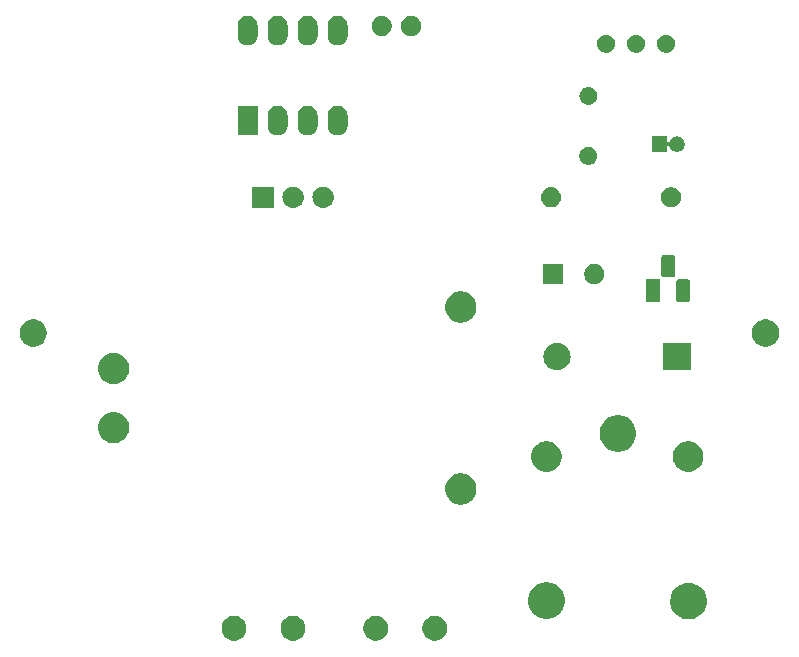
<source format=gts>
G04 #@! TF.GenerationSoftware,KiCad,Pcbnew,5.0.2-bee76a0~70~ubuntu18.04.1*
G04 #@! TF.CreationDate,2019-03-14T10:40:12+05:30*
G04 #@! TF.ProjectId,occupancy,6f636375-7061-46e6-9379-2e6b69636164,rev?*
G04 #@! TF.SameCoordinates,Original*
G04 #@! TF.FileFunction,Soldermask,Top*
G04 #@! TF.FilePolarity,Negative*
%FSLAX46Y46*%
G04 Gerber Fmt 4.6, Leading zero omitted, Abs format (unit mm)*
G04 Created by KiCad (PCBNEW 5.0.2-bee76a0~70~ubuntu18.04.1) date Thu Mar 14 10:40:12 2019*
%MOMM*%
%LPD*%
G01*
G04 APERTURE LIST*
%ADD10C,0.100000*%
G04 APERTURE END LIST*
D10*
G36*
X124806565Y-107489389D02*
X124997834Y-107568615D01*
X125169976Y-107683637D01*
X125316363Y-107830024D01*
X125431385Y-108002166D01*
X125510611Y-108193435D01*
X125551000Y-108396484D01*
X125551000Y-108603516D01*
X125510611Y-108806565D01*
X125431385Y-108997834D01*
X125316363Y-109169976D01*
X125169976Y-109316363D01*
X124997834Y-109431385D01*
X124806565Y-109510611D01*
X124603516Y-109551000D01*
X124396484Y-109551000D01*
X124193435Y-109510611D01*
X124002166Y-109431385D01*
X123830024Y-109316363D01*
X123683637Y-109169976D01*
X123568615Y-108997834D01*
X123489389Y-108806565D01*
X123449000Y-108603516D01*
X123449000Y-108396484D01*
X123489389Y-108193435D01*
X123568615Y-108002166D01*
X123683637Y-107830024D01*
X123830024Y-107683637D01*
X124002166Y-107568615D01*
X124193435Y-107489389D01*
X124396484Y-107449000D01*
X124603516Y-107449000D01*
X124806565Y-107489389D01*
X124806565Y-107489389D01*
G37*
G36*
X119806565Y-107489389D02*
X119997834Y-107568615D01*
X120169976Y-107683637D01*
X120316363Y-107830024D01*
X120431385Y-108002166D01*
X120510611Y-108193435D01*
X120551000Y-108396484D01*
X120551000Y-108603516D01*
X120510611Y-108806565D01*
X120431385Y-108997834D01*
X120316363Y-109169976D01*
X120169976Y-109316363D01*
X119997834Y-109431385D01*
X119806565Y-109510611D01*
X119603516Y-109551000D01*
X119396484Y-109551000D01*
X119193435Y-109510611D01*
X119002166Y-109431385D01*
X118830024Y-109316363D01*
X118683637Y-109169976D01*
X118568615Y-108997834D01*
X118489389Y-108806565D01*
X118449000Y-108603516D01*
X118449000Y-108396484D01*
X118489389Y-108193435D01*
X118568615Y-108002166D01*
X118683637Y-107830024D01*
X118830024Y-107683637D01*
X119002166Y-107568615D01*
X119193435Y-107489389D01*
X119396484Y-107449000D01*
X119603516Y-107449000D01*
X119806565Y-107489389D01*
X119806565Y-107489389D01*
G37*
G36*
X136806565Y-107489389D02*
X136997834Y-107568615D01*
X137169976Y-107683637D01*
X137316363Y-107830024D01*
X137431385Y-108002166D01*
X137510611Y-108193435D01*
X137551000Y-108396484D01*
X137551000Y-108603516D01*
X137510611Y-108806565D01*
X137431385Y-108997834D01*
X137316363Y-109169976D01*
X137169976Y-109316363D01*
X136997834Y-109431385D01*
X136806565Y-109510611D01*
X136603516Y-109551000D01*
X136396484Y-109551000D01*
X136193435Y-109510611D01*
X136002166Y-109431385D01*
X135830024Y-109316363D01*
X135683637Y-109169976D01*
X135568615Y-108997834D01*
X135489389Y-108806565D01*
X135449000Y-108603516D01*
X135449000Y-108396484D01*
X135489389Y-108193435D01*
X135568615Y-108002166D01*
X135683637Y-107830024D01*
X135830024Y-107683637D01*
X136002166Y-107568615D01*
X136193435Y-107489389D01*
X136396484Y-107449000D01*
X136603516Y-107449000D01*
X136806565Y-107489389D01*
X136806565Y-107489389D01*
G37*
G36*
X131806565Y-107489389D02*
X131997834Y-107568615D01*
X132169976Y-107683637D01*
X132316363Y-107830024D01*
X132431385Y-108002166D01*
X132510611Y-108193435D01*
X132551000Y-108396484D01*
X132551000Y-108603516D01*
X132510611Y-108806565D01*
X132431385Y-108997834D01*
X132316363Y-109169976D01*
X132169976Y-109316363D01*
X131997834Y-109431385D01*
X131806565Y-109510611D01*
X131603516Y-109551000D01*
X131396484Y-109551000D01*
X131193435Y-109510611D01*
X131002166Y-109431385D01*
X130830024Y-109316363D01*
X130683637Y-109169976D01*
X130568615Y-108997834D01*
X130489389Y-108806565D01*
X130449000Y-108603516D01*
X130449000Y-108396484D01*
X130489389Y-108193435D01*
X130568615Y-108002166D01*
X130683637Y-107830024D01*
X130830024Y-107683637D01*
X131002166Y-107568615D01*
X131193435Y-107489389D01*
X131396484Y-107449000D01*
X131603516Y-107449000D01*
X131806565Y-107489389D01*
X131806565Y-107489389D01*
G37*
G36*
X158352527Y-104688736D02*
X158452410Y-104708604D01*
X158734674Y-104825521D01*
X158988705Y-104995259D01*
X159204741Y-105211295D01*
X159374479Y-105465326D01*
X159491396Y-105747590D01*
X159491396Y-105747591D01*
X159541055Y-105997240D01*
X159551000Y-106047240D01*
X159551000Y-106352760D01*
X159491396Y-106652410D01*
X159374479Y-106934674D01*
X159204741Y-107188705D01*
X158988705Y-107404741D01*
X158734674Y-107574479D01*
X158452410Y-107691396D01*
X158404127Y-107701000D01*
X158152762Y-107751000D01*
X157847238Y-107751000D01*
X157595873Y-107701000D01*
X157547590Y-107691396D01*
X157265326Y-107574479D01*
X157011295Y-107404741D01*
X156795259Y-107188705D01*
X156625521Y-106934674D01*
X156508604Y-106652410D01*
X156449000Y-106352760D01*
X156449000Y-106047240D01*
X156458946Y-105997240D01*
X156508604Y-105747591D01*
X156508604Y-105747590D01*
X156625521Y-105465326D01*
X156795259Y-105211295D01*
X157011295Y-104995259D01*
X157265326Y-104825521D01*
X157547590Y-104708604D01*
X157647473Y-104688736D01*
X157847238Y-104649000D01*
X158152762Y-104649000D01*
X158352527Y-104688736D01*
X158352527Y-104688736D01*
G37*
G36*
X146302527Y-104638736D02*
X146402410Y-104658604D01*
X146684674Y-104775521D01*
X146938705Y-104945259D01*
X147154741Y-105161295D01*
X147324479Y-105415326D01*
X147345190Y-105465328D01*
X147441396Y-105697591D01*
X147501000Y-105997238D01*
X147501000Y-106302762D01*
X147491054Y-106352762D01*
X147441396Y-106602410D01*
X147324479Y-106884674D01*
X147154741Y-107138705D01*
X146938705Y-107354741D01*
X146684674Y-107524479D01*
X146402410Y-107641396D01*
X146302527Y-107661264D01*
X146102762Y-107701000D01*
X145797238Y-107701000D01*
X145597473Y-107661264D01*
X145497590Y-107641396D01*
X145215326Y-107524479D01*
X144961295Y-107354741D01*
X144745259Y-107138705D01*
X144575521Y-106884674D01*
X144458604Y-106602410D01*
X144408946Y-106352762D01*
X144399000Y-106302762D01*
X144399000Y-105997238D01*
X144458604Y-105697591D01*
X144554810Y-105465328D01*
X144575521Y-105415326D01*
X144745259Y-105161295D01*
X144961295Y-104945259D01*
X145215326Y-104775521D01*
X145497590Y-104658604D01*
X145597473Y-104638736D01*
X145797238Y-104599000D01*
X146102762Y-104599000D01*
X146302527Y-104638736D01*
X146302527Y-104638736D01*
G37*
G36*
X139000250Y-95412843D02*
X139085322Y-95429765D01*
X139155735Y-95458931D01*
X139325728Y-95529344D01*
X139542092Y-95673914D01*
X139726086Y-95857908D01*
X139870656Y-96074272D01*
X139970235Y-96314679D01*
X140021000Y-96569891D01*
X140021000Y-96830109D01*
X139970235Y-97085321D01*
X139870656Y-97325728D01*
X139726086Y-97542092D01*
X139542092Y-97726086D01*
X139325728Y-97870656D01*
X139155735Y-97941069D01*
X139085322Y-97970235D01*
X139000250Y-97987157D01*
X138830109Y-98021000D01*
X138569891Y-98021000D01*
X138399750Y-97987157D01*
X138314678Y-97970235D01*
X138244265Y-97941069D01*
X138074272Y-97870656D01*
X137857908Y-97726086D01*
X137673914Y-97542092D01*
X137529344Y-97325728D01*
X137429765Y-97085321D01*
X137379000Y-96830109D01*
X137379000Y-96569891D01*
X137429765Y-96314679D01*
X137529344Y-96074272D01*
X137673914Y-95857908D01*
X137857908Y-95673914D01*
X138074272Y-95529344D01*
X138244265Y-95458931D01*
X138314678Y-95429765D01*
X138399750Y-95412843D01*
X138569891Y-95379000D01*
X138830109Y-95379000D01*
X139000250Y-95412843D01*
X139000250Y-95412843D01*
G37*
G36*
X146329485Y-92698996D02*
X146329487Y-92698997D01*
X146329488Y-92698997D01*
X146415615Y-92734672D01*
X146566255Y-92797069D01*
X146779342Y-92939449D01*
X146960551Y-93120658D01*
X147102931Y-93333745D01*
X147201004Y-93570515D01*
X147251000Y-93821861D01*
X147251000Y-94078139D01*
X147201004Y-94329485D01*
X147102931Y-94566255D01*
X146960551Y-94779342D01*
X146779342Y-94960551D01*
X146779339Y-94960553D01*
X146566255Y-95102931D01*
X146329488Y-95201003D01*
X146329487Y-95201003D01*
X146329485Y-95201004D01*
X146078139Y-95251000D01*
X145821861Y-95251000D01*
X145570515Y-95201004D01*
X145570513Y-95201003D01*
X145570512Y-95201003D01*
X145333745Y-95102931D01*
X145120661Y-94960553D01*
X145120658Y-94960551D01*
X144939449Y-94779342D01*
X144797069Y-94566255D01*
X144698996Y-94329485D01*
X144649000Y-94078139D01*
X144649000Y-93821861D01*
X144698996Y-93570515D01*
X144797069Y-93333745D01*
X144939449Y-93120658D01*
X145120658Y-92939449D01*
X145333745Y-92797069D01*
X145484385Y-92734672D01*
X145570512Y-92698997D01*
X145570513Y-92698997D01*
X145570515Y-92698996D01*
X145821861Y-92649000D01*
X146078139Y-92649000D01*
X146329485Y-92698996D01*
X146329485Y-92698996D01*
G37*
G36*
X158329485Y-92698996D02*
X158329487Y-92698997D01*
X158329488Y-92698997D01*
X158415615Y-92734672D01*
X158566255Y-92797069D01*
X158779342Y-92939449D01*
X158960551Y-93120658D01*
X159102931Y-93333745D01*
X159201004Y-93570515D01*
X159251000Y-93821861D01*
X159251000Y-94078139D01*
X159201004Y-94329485D01*
X159102931Y-94566255D01*
X158960551Y-94779342D01*
X158779342Y-94960551D01*
X158779339Y-94960553D01*
X158566255Y-95102931D01*
X158329488Y-95201003D01*
X158329487Y-95201003D01*
X158329485Y-95201004D01*
X158078139Y-95251000D01*
X157821861Y-95251000D01*
X157570515Y-95201004D01*
X157570513Y-95201003D01*
X157570512Y-95201003D01*
X157333745Y-95102931D01*
X157120661Y-94960553D01*
X157120658Y-94960551D01*
X156939449Y-94779342D01*
X156797069Y-94566255D01*
X156698996Y-94329485D01*
X156649000Y-94078139D01*
X156649000Y-93821861D01*
X156698996Y-93570515D01*
X156797069Y-93333745D01*
X156939449Y-93120658D01*
X157120658Y-92939449D01*
X157333745Y-92797069D01*
X157484385Y-92734672D01*
X157570512Y-92698997D01*
X157570513Y-92698997D01*
X157570515Y-92698996D01*
X157821861Y-92649000D01*
X158078139Y-92649000D01*
X158329485Y-92698996D01*
X158329485Y-92698996D01*
G37*
G36*
X152352527Y-90488736D02*
X152452410Y-90508604D01*
X152734674Y-90625521D01*
X152988705Y-90795259D01*
X153204741Y-91011295D01*
X153374479Y-91265326D01*
X153491396Y-91547590D01*
X153551000Y-91847240D01*
X153551000Y-92152760D01*
X153491396Y-92452410D01*
X153374479Y-92734674D01*
X153204741Y-92988705D01*
X152988705Y-93204741D01*
X152734674Y-93374479D01*
X152452410Y-93491396D01*
X152352527Y-93511264D01*
X152152762Y-93551000D01*
X151847238Y-93551000D01*
X151647473Y-93511264D01*
X151547590Y-93491396D01*
X151265326Y-93374479D01*
X151011295Y-93204741D01*
X150795259Y-92988705D01*
X150625521Y-92734674D01*
X150508604Y-92452410D01*
X150449000Y-92152760D01*
X150449000Y-91847240D01*
X150508604Y-91547590D01*
X150625521Y-91265326D01*
X150795259Y-91011295D01*
X151011295Y-90795259D01*
X151265326Y-90625521D01*
X151547590Y-90508604D01*
X151647473Y-90488736D01*
X151847238Y-90449000D01*
X152152762Y-90449000D01*
X152352527Y-90488736D01*
X152352527Y-90488736D01*
G37*
G36*
X109600250Y-90212843D02*
X109685322Y-90229765D01*
X109755735Y-90258931D01*
X109925728Y-90329344D01*
X110142092Y-90473914D01*
X110326086Y-90657908D01*
X110470656Y-90874272D01*
X110570235Y-91114679D01*
X110621000Y-91369891D01*
X110621000Y-91630109D01*
X110570235Y-91885321D01*
X110470656Y-92125728D01*
X110326086Y-92342092D01*
X110142092Y-92526086D01*
X109925728Y-92670656D01*
X109755735Y-92741069D01*
X109685322Y-92770235D01*
X109600250Y-92787157D01*
X109430109Y-92821000D01*
X109169891Y-92821000D01*
X108999750Y-92787157D01*
X108914678Y-92770235D01*
X108844265Y-92741069D01*
X108674272Y-92670656D01*
X108457908Y-92526086D01*
X108273914Y-92342092D01*
X108129344Y-92125728D01*
X108029765Y-91885321D01*
X107979000Y-91630109D01*
X107979000Y-91369891D01*
X108029765Y-91114679D01*
X108129344Y-90874272D01*
X108273914Y-90657908D01*
X108457908Y-90473914D01*
X108674272Y-90329344D01*
X108844265Y-90258931D01*
X108914678Y-90229765D01*
X108999750Y-90212843D01*
X109169891Y-90179000D01*
X109430109Y-90179000D01*
X109600250Y-90212843D01*
X109600250Y-90212843D01*
G37*
G36*
X109600250Y-85212843D02*
X109685322Y-85229765D01*
X109755735Y-85258931D01*
X109925728Y-85329344D01*
X110142092Y-85473914D01*
X110326086Y-85657908D01*
X110470656Y-85874272D01*
X110570235Y-86114679D01*
X110621000Y-86369891D01*
X110621000Y-86630109D01*
X110570235Y-86885321D01*
X110470656Y-87125728D01*
X110326086Y-87342092D01*
X110142092Y-87526086D01*
X109925728Y-87670656D01*
X109755735Y-87741069D01*
X109685322Y-87770235D01*
X109600250Y-87787157D01*
X109430109Y-87821000D01*
X109169891Y-87821000D01*
X108999750Y-87787157D01*
X108914678Y-87770235D01*
X108844265Y-87741069D01*
X108674272Y-87670656D01*
X108457908Y-87526086D01*
X108273914Y-87342092D01*
X108129344Y-87125728D01*
X108029765Y-86885321D01*
X107979000Y-86630109D01*
X107979000Y-86369891D01*
X108029765Y-86114679D01*
X108129344Y-85874272D01*
X108273914Y-85657908D01*
X108457908Y-85473914D01*
X108674272Y-85329344D01*
X108844265Y-85258931D01*
X108914678Y-85229765D01*
X108999750Y-85212843D01*
X109169891Y-85179000D01*
X109430109Y-85179000D01*
X109600250Y-85212843D01*
X109600250Y-85212843D01*
G37*
G36*
X158151000Y-86651000D02*
X155849000Y-86651000D01*
X155849000Y-84349000D01*
X158151000Y-84349000D01*
X158151000Y-86651000D01*
X158151000Y-86651000D01*
G37*
G36*
X146964180Y-84355662D02*
X147065635Y-84365654D01*
X147282600Y-84431470D01*
X147282602Y-84431471D01*
X147282605Y-84431472D01*
X147482556Y-84538347D01*
X147657818Y-84682182D01*
X147801653Y-84857444D01*
X147908528Y-85057395D01*
X147908529Y-85057398D01*
X147908530Y-85057400D01*
X147974346Y-85274365D01*
X147996569Y-85500000D01*
X147974346Y-85725635D01*
X147929257Y-85874272D01*
X147908528Y-85942605D01*
X147801653Y-86142556D01*
X147657818Y-86317818D01*
X147482556Y-86461653D01*
X147282605Y-86568528D01*
X147282602Y-86568529D01*
X147282600Y-86568530D01*
X147065635Y-86634346D01*
X146964180Y-86644338D01*
X146896545Y-86651000D01*
X146783455Y-86651000D01*
X146715820Y-86644338D01*
X146614365Y-86634346D01*
X146397400Y-86568530D01*
X146397398Y-86568529D01*
X146397395Y-86568528D01*
X146197444Y-86461653D01*
X146022182Y-86317818D01*
X145878347Y-86142556D01*
X145771472Y-85942605D01*
X145750743Y-85874272D01*
X145705654Y-85725635D01*
X145683431Y-85500000D01*
X145705654Y-85274365D01*
X145771470Y-85057400D01*
X145771471Y-85057398D01*
X145771472Y-85057395D01*
X145878347Y-84857444D01*
X146022182Y-84682182D01*
X146197444Y-84538347D01*
X146397395Y-84431472D01*
X146397398Y-84431471D01*
X146397400Y-84431470D01*
X146614365Y-84365654D01*
X146715820Y-84355662D01*
X146783455Y-84349000D01*
X146896545Y-84349000D01*
X146964180Y-84355662D01*
X146964180Y-84355662D01*
G37*
G36*
X164835734Y-82393232D02*
X165045202Y-82479996D01*
X165233723Y-82605962D01*
X165394038Y-82766277D01*
X165520004Y-82954798D01*
X165606768Y-83164266D01*
X165651000Y-83386635D01*
X165651000Y-83613365D01*
X165606768Y-83835734D01*
X165520004Y-84045202D01*
X165394038Y-84233723D01*
X165233723Y-84394038D01*
X165045202Y-84520004D01*
X164835734Y-84606768D01*
X164613365Y-84651000D01*
X164386635Y-84651000D01*
X164164266Y-84606768D01*
X163954798Y-84520004D01*
X163766277Y-84394038D01*
X163605962Y-84233723D01*
X163479996Y-84045202D01*
X163393232Y-83835734D01*
X163349000Y-83613365D01*
X163349000Y-83386635D01*
X163393232Y-83164266D01*
X163479996Y-82954798D01*
X163605962Y-82766277D01*
X163766277Y-82605962D01*
X163954798Y-82479996D01*
X164164266Y-82393232D01*
X164386635Y-82349000D01*
X164613365Y-82349000D01*
X164835734Y-82393232D01*
X164835734Y-82393232D01*
G37*
G36*
X102835734Y-82393232D02*
X103045202Y-82479996D01*
X103233723Y-82605962D01*
X103394038Y-82766277D01*
X103520004Y-82954798D01*
X103606768Y-83164266D01*
X103651000Y-83386635D01*
X103651000Y-83613365D01*
X103606768Y-83835734D01*
X103520004Y-84045202D01*
X103394038Y-84233723D01*
X103233723Y-84394038D01*
X103045202Y-84520004D01*
X102835734Y-84606768D01*
X102613365Y-84651000D01*
X102386635Y-84651000D01*
X102164266Y-84606768D01*
X101954798Y-84520004D01*
X101766277Y-84394038D01*
X101605962Y-84233723D01*
X101479996Y-84045202D01*
X101393232Y-83835734D01*
X101349000Y-83613365D01*
X101349000Y-83386635D01*
X101393232Y-83164266D01*
X101479996Y-82954798D01*
X101605962Y-82766277D01*
X101766277Y-82605962D01*
X101954798Y-82479996D01*
X102164266Y-82393232D01*
X102386635Y-82349000D01*
X102613365Y-82349000D01*
X102835734Y-82393232D01*
X102835734Y-82393232D01*
G37*
G36*
X139000250Y-80012843D02*
X139085322Y-80029765D01*
X139155735Y-80058931D01*
X139325728Y-80129344D01*
X139542092Y-80273914D01*
X139726086Y-80457908D01*
X139870656Y-80674272D01*
X139970235Y-80914679D01*
X140021000Y-81169891D01*
X140021000Y-81430109D01*
X139970235Y-81685321D01*
X139870656Y-81925728D01*
X139726086Y-82142092D01*
X139542092Y-82326086D01*
X139325728Y-82470656D01*
X139155735Y-82541069D01*
X139085322Y-82570235D01*
X139000250Y-82587157D01*
X138830109Y-82621000D01*
X138569891Y-82621000D01*
X138399750Y-82587157D01*
X138314678Y-82570235D01*
X138244265Y-82541069D01*
X138074272Y-82470656D01*
X137857908Y-82326086D01*
X137673914Y-82142092D01*
X137529344Y-81925728D01*
X137429765Y-81685321D01*
X137379000Y-81430109D01*
X137379000Y-81169891D01*
X137429765Y-80914679D01*
X137529344Y-80674272D01*
X137673914Y-80457908D01*
X137857908Y-80273914D01*
X138074272Y-80129344D01*
X138244265Y-80058931D01*
X138314678Y-80029765D01*
X138399750Y-80012843D01*
X138569891Y-79979000D01*
X138830109Y-79979000D01*
X139000250Y-80012843D01*
X139000250Y-80012843D01*
G37*
G36*
X157949315Y-78954166D02*
X157993845Y-78967675D01*
X158034891Y-78989614D01*
X158070864Y-79019136D01*
X158100386Y-79055109D01*
X158122325Y-79096155D01*
X158135834Y-79140685D01*
X158141000Y-79193140D01*
X158141000Y-80606860D01*
X158135834Y-80659315D01*
X158122325Y-80703845D01*
X158100386Y-80744891D01*
X158070864Y-80780864D01*
X158034891Y-80810386D01*
X157993845Y-80832325D01*
X157949315Y-80845834D01*
X157896860Y-80851000D01*
X157183140Y-80851000D01*
X157130685Y-80845834D01*
X157086155Y-80832325D01*
X157045109Y-80810386D01*
X157009136Y-80780864D01*
X156979614Y-80744891D01*
X156957675Y-80703845D01*
X156944166Y-80659315D01*
X156939000Y-80606860D01*
X156939000Y-79193140D01*
X156944166Y-79140685D01*
X156957675Y-79096155D01*
X156979614Y-79055109D01*
X157009136Y-79019136D01*
X157045109Y-78989614D01*
X157086155Y-78967675D01*
X157130685Y-78954166D01*
X157183140Y-78949000D01*
X157896860Y-78949000D01*
X157949315Y-78954166D01*
X157949315Y-78954166D01*
G37*
G36*
X155601000Y-80851000D02*
X154399000Y-80851000D01*
X154399000Y-78949000D01*
X155601000Y-78949000D01*
X155601000Y-80851000D01*
X155601000Y-80851000D01*
G37*
G36*
X147351000Y-79351000D02*
X145649000Y-79351000D01*
X145649000Y-77649000D01*
X147351000Y-77649000D01*
X147351000Y-79351000D01*
X147351000Y-79351000D01*
G37*
G36*
X150248228Y-77681703D02*
X150403100Y-77745853D01*
X150542481Y-77838985D01*
X150661015Y-77957519D01*
X150754147Y-78096900D01*
X150818297Y-78251772D01*
X150851000Y-78416184D01*
X150851000Y-78583816D01*
X150818297Y-78748228D01*
X150754147Y-78903100D01*
X150661015Y-79042481D01*
X150542481Y-79161015D01*
X150403100Y-79254147D01*
X150248228Y-79318297D01*
X150083816Y-79351000D01*
X149916184Y-79351000D01*
X149751772Y-79318297D01*
X149596900Y-79254147D01*
X149457519Y-79161015D01*
X149338985Y-79042481D01*
X149245853Y-78903100D01*
X149181703Y-78748228D01*
X149149000Y-78583816D01*
X149149000Y-78416184D01*
X149181703Y-78251772D01*
X149245853Y-78096900D01*
X149338985Y-77957519D01*
X149457519Y-77838985D01*
X149596900Y-77745853D01*
X149751772Y-77681703D01*
X149916184Y-77649000D01*
X150083816Y-77649000D01*
X150248228Y-77681703D01*
X150248228Y-77681703D01*
G37*
G36*
X156679315Y-76884166D02*
X156723845Y-76897675D01*
X156764891Y-76919614D01*
X156800864Y-76949136D01*
X156830386Y-76985109D01*
X156852325Y-77026155D01*
X156865834Y-77070685D01*
X156871000Y-77123140D01*
X156871000Y-78536860D01*
X156865834Y-78589315D01*
X156852325Y-78633845D01*
X156830386Y-78674891D01*
X156800864Y-78710864D01*
X156764891Y-78740386D01*
X156723845Y-78762325D01*
X156679315Y-78775834D01*
X156626860Y-78781000D01*
X155913140Y-78781000D01*
X155860685Y-78775834D01*
X155816158Y-78762326D01*
X155784926Y-78745632D01*
X155772261Y-78740386D01*
X155768343Y-78735612D01*
X155759253Y-78727372D01*
X155739133Y-78710861D01*
X155709614Y-78674891D01*
X155687675Y-78633845D01*
X155674166Y-78589315D01*
X155669000Y-78536860D01*
X155669000Y-77123140D01*
X155674166Y-77070685D01*
X155687675Y-77026155D01*
X155709614Y-76985109D01*
X155739136Y-76949136D01*
X155775109Y-76919614D01*
X155816155Y-76897675D01*
X155860685Y-76884166D01*
X155913140Y-76879000D01*
X156626860Y-76879000D01*
X156679315Y-76884166D01*
X156679315Y-76884166D01*
G37*
G36*
X122861000Y-72901000D02*
X121059000Y-72901000D01*
X121059000Y-71099000D01*
X122861000Y-71099000D01*
X122861000Y-72901000D01*
X122861000Y-72901000D01*
G37*
G36*
X127150443Y-71105519D02*
X127216627Y-71112037D01*
X127329853Y-71146384D01*
X127386467Y-71163557D01*
X127473311Y-71209977D01*
X127542991Y-71247222D01*
X127578729Y-71276552D01*
X127680186Y-71359814D01*
X127760369Y-71457519D01*
X127792778Y-71497009D01*
X127792779Y-71497011D01*
X127876443Y-71653533D01*
X127893616Y-71710147D01*
X127927963Y-71823373D01*
X127945359Y-72000000D01*
X127927963Y-72176627D01*
X127906243Y-72248228D01*
X127876443Y-72346467D01*
X127807698Y-72475078D01*
X127792778Y-72502991D01*
X127763448Y-72538729D01*
X127680186Y-72640186D01*
X127578729Y-72723448D01*
X127542991Y-72752778D01*
X127542989Y-72752779D01*
X127386467Y-72836443D01*
X127379069Y-72838687D01*
X127216627Y-72887963D01*
X127150443Y-72894481D01*
X127084260Y-72901000D01*
X126995740Y-72901000D01*
X126929557Y-72894481D01*
X126863373Y-72887963D01*
X126700931Y-72838687D01*
X126693533Y-72836443D01*
X126537011Y-72752779D01*
X126537009Y-72752778D01*
X126501271Y-72723448D01*
X126399814Y-72640186D01*
X126316552Y-72538729D01*
X126287222Y-72502991D01*
X126272302Y-72475078D01*
X126203557Y-72346467D01*
X126173757Y-72248228D01*
X126152037Y-72176627D01*
X126134641Y-72000000D01*
X126152037Y-71823373D01*
X126186384Y-71710147D01*
X126203557Y-71653533D01*
X126287221Y-71497011D01*
X126287222Y-71497009D01*
X126319631Y-71457519D01*
X126399814Y-71359814D01*
X126501271Y-71276552D01*
X126537009Y-71247222D01*
X126606689Y-71209977D01*
X126693533Y-71163557D01*
X126750147Y-71146384D01*
X126863373Y-71112037D01*
X126929557Y-71105519D01*
X126995740Y-71099000D01*
X127084260Y-71099000D01*
X127150443Y-71105519D01*
X127150443Y-71105519D01*
G37*
G36*
X124610443Y-71105519D02*
X124676627Y-71112037D01*
X124789853Y-71146384D01*
X124846467Y-71163557D01*
X124933311Y-71209977D01*
X125002991Y-71247222D01*
X125038729Y-71276552D01*
X125140186Y-71359814D01*
X125220369Y-71457519D01*
X125252778Y-71497009D01*
X125252779Y-71497011D01*
X125336443Y-71653533D01*
X125353616Y-71710147D01*
X125387963Y-71823373D01*
X125405359Y-72000000D01*
X125387963Y-72176627D01*
X125366243Y-72248228D01*
X125336443Y-72346467D01*
X125267698Y-72475078D01*
X125252778Y-72502991D01*
X125223448Y-72538729D01*
X125140186Y-72640186D01*
X125038729Y-72723448D01*
X125002991Y-72752778D01*
X125002989Y-72752779D01*
X124846467Y-72836443D01*
X124839069Y-72838687D01*
X124676627Y-72887963D01*
X124610443Y-72894481D01*
X124544260Y-72901000D01*
X124455740Y-72901000D01*
X124389557Y-72894481D01*
X124323373Y-72887963D01*
X124160931Y-72838687D01*
X124153533Y-72836443D01*
X123997011Y-72752779D01*
X123997009Y-72752778D01*
X123961271Y-72723448D01*
X123859814Y-72640186D01*
X123776552Y-72538729D01*
X123747222Y-72502991D01*
X123732302Y-72475078D01*
X123663557Y-72346467D01*
X123633757Y-72248228D01*
X123612037Y-72176627D01*
X123594641Y-72000000D01*
X123612037Y-71823373D01*
X123646384Y-71710147D01*
X123663557Y-71653533D01*
X123747221Y-71497011D01*
X123747222Y-71497009D01*
X123779631Y-71457519D01*
X123859814Y-71359814D01*
X123961271Y-71276552D01*
X123997009Y-71247222D01*
X124066689Y-71209977D01*
X124153533Y-71163557D01*
X124210147Y-71146384D01*
X124323373Y-71112037D01*
X124389557Y-71105519D01*
X124455740Y-71099000D01*
X124544260Y-71099000D01*
X124610443Y-71105519D01*
X124610443Y-71105519D01*
G37*
G36*
X146506821Y-71161313D02*
X146506824Y-71161314D01*
X146506825Y-71161314D01*
X146667239Y-71209975D01*
X146667241Y-71209976D01*
X146667244Y-71209977D01*
X146815078Y-71288995D01*
X146944659Y-71395341D01*
X147051005Y-71524922D01*
X147130023Y-71672756D01*
X147130024Y-71672759D01*
X147130025Y-71672761D01*
X147175713Y-71823375D01*
X147178687Y-71833179D01*
X147195117Y-72000000D01*
X147178687Y-72166821D01*
X147178686Y-72166824D01*
X147178686Y-72166825D01*
X147153993Y-72248228D01*
X147130023Y-72327244D01*
X147051005Y-72475078D01*
X146944659Y-72604659D01*
X146815078Y-72711005D01*
X146667244Y-72790023D01*
X146667241Y-72790024D01*
X146667239Y-72790025D01*
X146506825Y-72838686D01*
X146506824Y-72838686D01*
X146506821Y-72838687D01*
X146381804Y-72851000D01*
X146298196Y-72851000D01*
X146173179Y-72838687D01*
X146173176Y-72838686D01*
X146173175Y-72838686D01*
X146012761Y-72790025D01*
X146012759Y-72790024D01*
X146012756Y-72790023D01*
X145864922Y-72711005D01*
X145735341Y-72604659D01*
X145628995Y-72475078D01*
X145549977Y-72327244D01*
X145526008Y-72248228D01*
X145501314Y-72166825D01*
X145501314Y-72166824D01*
X145501313Y-72166821D01*
X145484883Y-72000000D01*
X145501313Y-71833179D01*
X145504287Y-71823375D01*
X145549975Y-71672761D01*
X145549976Y-71672759D01*
X145549977Y-71672756D01*
X145628995Y-71524922D01*
X145735341Y-71395341D01*
X145864922Y-71288995D01*
X146012756Y-71209977D01*
X146012759Y-71209976D01*
X146012761Y-71209975D01*
X146173175Y-71161314D01*
X146173176Y-71161314D01*
X146173179Y-71161313D01*
X146298196Y-71149000D01*
X146381804Y-71149000D01*
X146506821Y-71161313D01*
X146506821Y-71161313D01*
G37*
G36*
X156748228Y-71181703D02*
X156903100Y-71245853D01*
X157042481Y-71338985D01*
X157161015Y-71457519D01*
X157254147Y-71596900D01*
X157318297Y-71751772D01*
X157351000Y-71916184D01*
X157351000Y-72083816D01*
X157318297Y-72248228D01*
X157254147Y-72403100D01*
X157161015Y-72542481D01*
X157042481Y-72661015D01*
X156903100Y-72754147D01*
X156748228Y-72818297D01*
X156583816Y-72851000D01*
X156416184Y-72851000D01*
X156251772Y-72818297D01*
X156096900Y-72754147D01*
X155957519Y-72661015D01*
X155838985Y-72542481D01*
X155745853Y-72403100D01*
X155681703Y-72248228D01*
X155649000Y-72083816D01*
X155649000Y-71916184D01*
X155681703Y-71751772D01*
X155745853Y-71596900D01*
X155838985Y-71457519D01*
X155957519Y-71338985D01*
X156096900Y-71245853D01*
X156251772Y-71181703D01*
X156416184Y-71149000D01*
X156583816Y-71149000D01*
X156748228Y-71181703D01*
X156748228Y-71181703D01*
G37*
G36*
X149606691Y-67755509D02*
X149719059Y-67777860D01*
X149855732Y-67834472D01*
X149855733Y-67834473D01*
X149978738Y-67916662D01*
X150083338Y-68021262D01*
X150083340Y-68021265D01*
X150165528Y-68144268D01*
X150222140Y-68280941D01*
X150251000Y-68426033D01*
X150251000Y-68573967D01*
X150222140Y-68719059D01*
X150165528Y-68855732D01*
X150165527Y-68855733D01*
X150083338Y-68978738D01*
X149978738Y-69083338D01*
X149978735Y-69083340D01*
X149855732Y-69165528D01*
X149719059Y-69222140D01*
X149632004Y-69239456D01*
X149573969Y-69251000D01*
X149426031Y-69251000D01*
X149367996Y-69239456D01*
X149280941Y-69222140D01*
X149144268Y-69165528D01*
X149021265Y-69083340D01*
X149021262Y-69083338D01*
X148916662Y-68978738D01*
X148834473Y-68855733D01*
X148834472Y-68855732D01*
X148777860Y-68719059D01*
X148749000Y-68573967D01*
X148749000Y-68426033D01*
X148777860Y-68280941D01*
X148834472Y-68144268D01*
X148916660Y-68021265D01*
X148916662Y-68021262D01*
X149021262Y-67916662D01*
X149144267Y-67834473D01*
X149144268Y-67834472D01*
X149280941Y-67777860D01*
X149393309Y-67755509D01*
X149426031Y-67749000D01*
X149573969Y-67749000D01*
X149606691Y-67755509D01*
X149606691Y-67755509D01*
G37*
G36*
X156151000Y-67220104D02*
X156153402Y-67244490D01*
X156160515Y-67267939D01*
X156172066Y-67289550D01*
X156187612Y-67308492D01*
X156206554Y-67324038D01*
X156228165Y-67335589D01*
X156251614Y-67342702D01*
X156276000Y-67345104D01*
X156300386Y-67342702D01*
X156323835Y-67335589D01*
X156345446Y-67324038D01*
X156364388Y-67308492D01*
X156379934Y-67289550D01*
X156391485Y-67267939D01*
X156423089Y-67191639D01*
X156494338Y-67085008D01*
X156585008Y-66994338D01*
X156691639Y-66923089D01*
X156810110Y-66874017D01*
X156935881Y-66849000D01*
X157064119Y-66849000D01*
X157189890Y-66874017D01*
X157308361Y-66923089D01*
X157414992Y-66994338D01*
X157505662Y-67085008D01*
X157576911Y-67191639D01*
X157625983Y-67310110D01*
X157651000Y-67435881D01*
X157651000Y-67564119D01*
X157625983Y-67689890D01*
X157576911Y-67808361D01*
X157505662Y-67914992D01*
X157414992Y-68005662D01*
X157308361Y-68076911D01*
X157189890Y-68125983D01*
X157064119Y-68151000D01*
X156935881Y-68151000D01*
X156810110Y-68125983D01*
X156691639Y-68076911D01*
X156585008Y-68005662D01*
X156494338Y-67914992D01*
X156423089Y-67808361D01*
X156391485Y-67732061D01*
X156379934Y-67710450D01*
X156364389Y-67691508D01*
X156345447Y-67675963D01*
X156323836Y-67664411D01*
X156300387Y-67657298D01*
X156276001Y-67654896D01*
X156251614Y-67657298D01*
X156228165Y-67664411D01*
X156206554Y-67675962D01*
X156187612Y-67691507D01*
X156172067Y-67710449D01*
X156160515Y-67732060D01*
X156153402Y-67755509D01*
X156151000Y-67779896D01*
X156151000Y-68151000D01*
X154849000Y-68151000D01*
X154849000Y-66849000D01*
X156151000Y-66849000D01*
X156151000Y-67220104D01*
X156151000Y-67220104D01*
G37*
G36*
X125896820Y-64261313D02*
X125896823Y-64261314D01*
X125896824Y-64261314D01*
X126057238Y-64309975D01*
X126057240Y-64309976D01*
X126057243Y-64309977D01*
X126205078Y-64388995D01*
X126334659Y-64495341D01*
X126441005Y-64624922D01*
X126520023Y-64772756D01*
X126568687Y-64933179D01*
X126581000Y-65058196D01*
X126581000Y-65941803D01*
X126568687Y-66066820D01*
X126568686Y-66066822D01*
X126568686Y-66066825D01*
X126520025Y-66227239D01*
X126520023Y-66227244D01*
X126441005Y-66375078D01*
X126334659Y-66504659D01*
X126205078Y-66611005D01*
X126057244Y-66690023D01*
X126057241Y-66690024D01*
X126057239Y-66690025D01*
X125896825Y-66738686D01*
X125896824Y-66738686D01*
X125896821Y-66738687D01*
X125730000Y-66755117D01*
X125563180Y-66738687D01*
X125563177Y-66738686D01*
X125563176Y-66738686D01*
X125402762Y-66690025D01*
X125402760Y-66690024D01*
X125402757Y-66690023D01*
X125254923Y-66611005D01*
X125125342Y-66504659D01*
X125018996Y-66375078D01*
X124939978Y-66227244D01*
X124891314Y-66066821D01*
X124879000Y-65941803D01*
X124879000Y-65058197D01*
X124891313Y-64933180D01*
X124891314Y-64933176D01*
X124939975Y-64772762D01*
X124939976Y-64772760D01*
X124939977Y-64772757D01*
X125018995Y-64624922D01*
X125125341Y-64495341D01*
X125254922Y-64388995D01*
X125402756Y-64309977D01*
X125402759Y-64309976D01*
X125402761Y-64309975D01*
X125563175Y-64261314D01*
X125563176Y-64261314D01*
X125563179Y-64261313D01*
X125730000Y-64244883D01*
X125896820Y-64261313D01*
X125896820Y-64261313D01*
G37*
G36*
X128436820Y-64261313D02*
X128436823Y-64261314D01*
X128436824Y-64261314D01*
X128597238Y-64309975D01*
X128597240Y-64309976D01*
X128597243Y-64309977D01*
X128745078Y-64388995D01*
X128874659Y-64495341D01*
X128981005Y-64624922D01*
X129060023Y-64772756D01*
X129108687Y-64933179D01*
X129121000Y-65058196D01*
X129121000Y-65941803D01*
X129108687Y-66066820D01*
X129108686Y-66066822D01*
X129108686Y-66066825D01*
X129060025Y-66227239D01*
X129060023Y-66227244D01*
X128981005Y-66375078D01*
X128874659Y-66504659D01*
X128745078Y-66611005D01*
X128597244Y-66690023D01*
X128597241Y-66690024D01*
X128597239Y-66690025D01*
X128436825Y-66738686D01*
X128436824Y-66738686D01*
X128436821Y-66738687D01*
X128270000Y-66755117D01*
X128103180Y-66738687D01*
X128103177Y-66738686D01*
X128103176Y-66738686D01*
X127942762Y-66690025D01*
X127942760Y-66690024D01*
X127942757Y-66690023D01*
X127794923Y-66611005D01*
X127665342Y-66504659D01*
X127558996Y-66375078D01*
X127479978Y-66227244D01*
X127431314Y-66066821D01*
X127419000Y-65941803D01*
X127419000Y-65058197D01*
X127431313Y-64933180D01*
X127431314Y-64933176D01*
X127479975Y-64772762D01*
X127479976Y-64772760D01*
X127479977Y-64772757D01*
X127558995Y-64624922D01*
X127665341Y-64495341D01*
X127794922Y-64388995D01*
X127942756Y-64309977D01*
X127942759Y-64309976D01*
X127942761Y-64309975D01*
X128103175Y-64261314D01*
X128103176Y-64261314D01*
X128103179Y-64261313D01*
X128270000Y-64244883D01*
X128436820Y-64261313D01*
X128436820Y-64261313D01*
G37*
G36*
X123356820Y-64261313D02*
X123356823Y-64261314D01*
X123356824Y-64261314D01*
X123517238Y-64309975D01*
X123517240Y-64309976D01*
X123517243Y-64309977D01*
X123665078Y-64388995D01*
X123794659Y-64495341D01*
X123901005Y-64624922D01*
X123980023Y-64772756D01*
X124028687Y-64933179D01*
X124041000Y-65058196D01*
X124041000Y-65941803D01*
X124028687Y-66066820D01*
X124028686Y-66066822D01*
X124028686Y-66066825D01*
X123980025Y-66227239D01*
X123980023Y-66227244D01*
X123901005Y-66375078D01*
X123794659Y-66504659D01*
X123665078Y-66611005D01*
X123517244Y-66690023D01*
X123517241Y-66690024D01*
X123517239Y-66690025D01*
X123356825Y-66738686D01*
X123356824Y-66738686D01*
X123356821Y-66738687D01*
X123190000Y-66755117D01*
X123023180Y-66738687D01*
X123023177Y-66738686D01*
X123023176Y-66738686D01*
X122862762Y-66690025D01*
X122862760Y-66690024D01*
X122862757Y-66690023D01*
X122714923Y-66611005D01*
X122585342Y-66504659D01*
X122478996Y-66375078D01*
X122399978Y-66227244D01*
X122351314Y-66066821D01*
X122339000Y-65941803D01*
X122339000Y-65058197D01*
X122351313Y-64933180D01*
X122351314Y-64933176D01*
X122399975Y-64772762D01*
X122399976Y-64772760D01*
X122399977Y-64772757D01*
X122478995Y-64624922D01*
X122585341Y-64495341D01*
X122714922Y-64388995D01*
X122862756Y-64309977D01*
X122862759Y-64309976D01*
X122862761Y-64309975D01*
X123023175Y-64261314D01*
X123023176Y-64261314D01*
X123023179Y-64261313D01*
X123190000Y-64244883D01*
X123356820Y-64261313D01*
X123356820Y-64261313D01*
G37*
G36*
X121501000Y-66751000D02*
X119799000Y-66751000D01*
X119799000Y-64249000D01*
X121501000Y-64249000D01*
X121501000Y-66751000D01*
X121501000Y-66751000D01*
G37*
G36*
X149573665Y-62672622D02*
X149647222Y-62679867D01*
X149788786Y-62722810D01*
X149919252Y-62792546D01*
X150033606Y-62886394D01*
X150127454Y-63000748D01*
X150197190Y-63131214D01*
X150240133Y-63272778D01*
X150254633Y-63420000D01*
X150240133Y-63567222D01*
X150197190Y-63708786D01*
X150127454Y-63839252D01*
X150033606Y-63953606D01*
X149919252Y-64047454D01*
X149788786Y-64117190D01*
X149647222Y-64160133D01*
X149573665Y-64167378D01*
X149536888Y-64171000D01*
X149463112Y-64171000D01*
X149426335Y-64167378D01*
X149352778Y-64160133D01*
X149211214Y-64117190D01*
X149080748Y-64047454D01*
X148966394Y-63953606D01*
X148872546Y-63839252D01*
X148802810Y-63708786D01*
X148759867Y-63567222D01*
X148745367Y-63420000D01*
X148759867Y-63272778D01*
X148802810Y-63131214D01*
X148872546Y-63000748D01*
X148966394Y-62886394D01*
X149080748Y-62792546D01*
X149211214Y-62722810D01*
X149352778Y-62679867D01*
X149426335Y-62672622D01*
X149463112Y-62669000D01*
X149536888Y-62669000D01*
X149573665Y-62672622D01*
X149573665Y-62672622D01*
G37*
G36*
X151125589Y-58238876D02*
X151224893Y-58258629D01*
X151365206Y-58316748D01*
X151491484Y-58401125D01*
X151598875Y-58508516D01*
X151683252Y-58634794D01*
X151741371Y-58775107D01*
X151771000Y-58924063D01*
X151771000Y-59075937D01*
X151741371Y-59224893D01*
X151683252Y-59365206D01*
X151598875Y-59491484D01*
X151491484Y-59598875D01*
X151365206Y-59683252D01*
X151224893Y-59741371D01*
X151125589Y-59761124D01*
X151075938Y-59771000D01*
X150924062Y-59771000D01*
X150874411Y-59761124D01*
X150775107Y-59741371D01*
X150634794Y-59683252D01*
X150508516Y-59598875D01*
X150401125Y-59491484D01*
X150316748Y-59365206D01*
X150258629Y-59224893D01*
X150229000Y-59075937D01*
X150229000Y-58924063D01*
X150258629Y-58775107D01*
X150316748Y-58634794D01*
X150401125Y-58508516D01*
X150508516Y-58401125D01*
X150634794Y-58316748D01*
X150775107Y-58258629D01*
X150874411Y-58238876D01*
X150924062Y-58229000D01*
X151075938Y-58229000D01*
X151125589Y-58238876D01*
X151125589Y-58238876D01*
G37*
G36*
X156205589Y-58238876D02*
X156304893Y-58258629D01*
X156445206Y-58316748D01*
X156571484Y-58401125D01*
X156678875Y-58508516D01*
X156763252Y-58634794D01*
X156821371Y-58775107D01*
X156851000Y-58924063D01*
X156851000Y-59075937D01*
X156821371Y-59224893D01*
X156763252Y-59365206D01*
X156678875Y-59491484D01*
X156571484Y-59598875D01*
X156445206Y-59683252D01*
X156304893Y-59741371D01*
X156205589Y-59761124D01*
X156155938Y-59771000D01*
X156004062Y-59771000D01*
X155954411Y-59761124D01*
X155855107Y-59741371D01*
X155714794Y-59683252D01*
X155588516Y-59598875D01*
X155481125Y-59491484D01*
X155396748Y-59365206D01*
X155338629Y-59224893D01*
X155309000Y-59075937D01*
X155309000Y-58924063D01*
X155338629Y-58775107D01*
X155396748Y-58634794D01*
X155481125Y-58508516D01*
X155588516Y-58401125D01*
X155714794Y-58316748D01*
X155855107Y-58258629D01*
X155954411Y-58238876D01*
X156004062Y-58229000D01*
X156155938Y-58229000D01*
X156205589Y-58238876D01*
X156205589Y-58238876D01*
G37*
G36*
X153665589Y-58238876D02*
X153764893Y-58258629D01*
X153905206Y-58316748D01*
X154031484Y-58401125D01*
X154138875Y-58508516D01*
X154223252Y-58634794D01*
X154281371Y-58775107D01*
X154311000Y-58924063D01*
X154311000Y-59075937D01*
X154281371Y-59224893D01*
X154223252Y-59365206D01*
X154138875Y-59491484D01*
X154031484Y-59598875D01*
X153905206Y-59683252D01*
X153764893Y-59741371D01*
X153665589Y-59761124D01*
X153615938Y-59771000D01*
X153464062Y-59771000D01*
X153414411Y-59761124D01*
X153315107Y-59741371D01*
X153174794Y-59683252D01*
X153048516Y-59598875D01*
X152941125Y-59491484D01*
X152856748Y-59365206D01*
X152798629Y-59224893D01*
X152769000Y-59075937D01*
X152769000Y-58924063D01*
X152798629Y-58775107D01*
X152856748Y-58634794D01*
X152941125Y-58508516D01*
X153048516Y-58401125D01*
X153174794Y-58316748D01*
X153315107Y-58258629D01*
X153414411Y-58238876D01*
X153464062Y-58229000D01*
X153615938Y-58229000D01*
X153665589Y-58238876D01*
X153665589Y-58238876D01*
G37*
G36*
X125896820Y-56641313D02*
X125896823Y-56641314D01*
X125896824Y-56641314D01*
X126057238Y-56689975D01*
X126057240Y-56689976D01*
X126057243Y-56689977D01*
X126205078Y-56768995D01*
X126334659Y-56875341D01*
X126441005Y-57004922D01*
X126520023Y-57152756D01*
X126520023Y-57152757D01*
X126520025Y-57152761D01*
X126568686Y-57313175D01*
X126568687Y-57313179D01*
X126581000Y-57438196D01*
X126581000Y-58321803D01*
X126568687Y-58446820D01*
X126568686Y-58446822D01*
X126568686Y-58446825D01*
X126549972Y-58508516D01*
X126520023Y-58607244D01*
X126441005Y-58755078D01*
X126334659Y-58884659D01*
X126205078Y-58991005D01*
X126057244Y-59070023D01*
X126057241Y-59070024D01*
X126057239Y-59070025D01*
X125896825Y-59118686D01*
X125896824Y-59118686D01*
X125896821Y-59118687D01*
X125730000Y-59135117D01*
X125563180Y-59118687D01*
X125563177Y-59118686D01*
X125563176Y-59118686D01*
X125402762Y-59070025D01*
X125402760Y-59070024D01*
X125402757Y-59070023D01*
X125254923Y-58991005D01*
X125125342Y-58884659D01*
X125018996Y-58755078D01*
X124939978Y-58607244D01*
X124891314Y-58446821D01*
X124879000Y-58321803D01*
X124879000Y-57438197D01*
X124891313Y-57313180D01*
X124891314Y-57313176D01*
X124939975Y-57152762D01*
X124939976Y-57152760D01*
X124939977Y-57152757D01*
X125018995Y-57004922D01*
X125125341Y-56875341D01*
X125254922Y-56768995D01*
X125402756Y-56689977D01*
X125402759Y-56689976D01*
X125402761Y-56689975D01*
X125563175Y-56641314D01*
X125563176Y-56641314D01*
X125563179Y-56641313D01*
X125730000Y-56624883D01*
X125896820Y-56641313D01*
X125896820Y-56641313D01*
G37*
G36*
X128436820Y-56641313D02*
X128436823Y-56641314D01*
X128436824Y-56641314D01*
X128597238Y-56689975D01*
X128597240Y-56689976D01*
X128597243Y-56689977D01*
X128745078Y-56768995D01*
X128874659Y-56875341D01*
X128981005Y-57004922D01*
X129060023Y-57152756D01*
X129060023Y-57152757D01*
X129060025Y-57152761D01*
X129108686Y-57313175D01*
X129108687Y-57313179D01*
X129121000Y-57438196D01*
X129121000Y-58321803D01*
X129108687Y-58446820D01*
X129108686Y-58446822D01*
X129108686Y-58446825D01*
X129089972Y-58508516D01*
X129060023Y-58607244D01*
X128981005Y-58755078D01*
X128874659Y-58884659D01*
X128745078Y-58991005D01*
X128597244Y-59070023D01*
X128597241Y-59070024D01*
X128597239Y-59070025D01*
X128436825Y-59118686D01*
X128436824Y-59118686D01*
X128436821Y-59118687D01*
X128270000Y-59135117D01*
X128103180Y-59118687D01*
X128103177Y-59118686D01*
X128103176Y-59118686D01*
X127942762Y-59070025D01*
X127942760Y-59070024D01*
X127942757Y-59070023D01*
X127794923Y-58991005D01*
X127665342Y-58884659D01*
X127558996Y-58755078D01*
X127479978Y-58607244D01*
X127431314Y-58446821D01*
X127419000Y-58321803D01*
X127419000Y-57438197D01*
X127431313Y-57313180D01*
X127431314Y-57313176D01*
X127479975Y-57152762D01*
X127479976Y-57152760D01*
X127479977Y-57152757D01*
X127558995Y-57004922D01*
X127665341Y-56875341D01*
X127794922Y-56768995D01*
X127942756Y-56689977D01*
X127942759Y-56689976D01*
X127942761Y-56689975D01*
X128103175Y-56641314D01*
X128103176Y-56641314D01*
X128103179Y-56641313D01*
X128270000Y-56624883D01*
X128436820Y-56641313D01*
X128436820Y-56641313D01*
G37*
G36*
X120816820Y-56641313D02*
X120816823Y-56641314D01*
X120816824Y-56641314D01*
X120977238Y-56689975D01*
X120977240Y-56689976D01*
X120977243Y-56689977D01*
X121125078Y-56768995D01*
X121254659Y-56875341D01*
X121361005Y-57004922D01*
X121440023Y-57152756D01*
X121440023Y-57152757D01*
X121440025Y-57152761D01*
X121488686Y-57313175D01*
X121488687Y-57313179D01*
X121501000Y-57438196D01*
X121501000Y-58321803D01*
X121488687Y-58446820D01*
X121488686Y-58446822D01*
X121488686Y-58446825D01*
X121469972Y-58508516D01*
X121440023Y-58607244D01*
X121361005Y-58755078D01*
X121254659Y-58884659D01*
X121125078Y-58991005D01*
X120977244Y-59070023D01*
X120977241Y-59070024D01*
X120977239Y-59070025D01*
X120816825Y-59118686D01*
X120816824Y-59118686D01*
X120816821Y-59118687D01*
X120650000Y-59135117D01*
X120483180Y-59118687D01*
X120483177Y-59118686D01*
X120483176Y-59118686D01*
X120322762Y-59070025D01*
X120322760Y-59070024D01*
X120322757Y-59070023D01*
X120174923Y-58991005D01*
X120045342Y-58884659D01*
X119938996Y-58755078D01*
X119859978Y-58607244D01*
X119811314Y-58446821D01*
X119799000Y-58321803D01*
X119799000Y-57438197D01*
X119811313Y-57313180D01*
X119811314Y-57313176D01*
X119859975Y-57152762D01*
X119859976Y-57152760D01*
X119859977Y-57152757D01*
X119938995Y-57004922D01*
X120045341Y-56875341D01*
X120174922Y-56768995D01*
X120322756Y-56689977D01*
X120322759Y-56689976D01*
X120322761Y-56689975D01*
X120483175Y-56641314D01*
X120483176Y-56641314D01*
X120483179Y-56641313D01*
X120650000Y-56624883D01*
X120816820Y-56641313D01*
X120816820Y-56641313D01*
G37*
G36*
X123356820Y-56641313D02*
X123356823Y-56641314D01*
X123356824Y-56641314D01*
X123517238Y-56689975D01*
X123517240Y-56689976D01*
X123517243Y-56689977D01*
X123665078Y-56768995D01*
X123794659Y-56875341D01*
X123901005Y-57004922D01*
X123980023Y-57152756D01*
X123980023Y-57152757D01*
X123980025Y-57152761D01*
X124028686Y-57313175D01*
X124028687Y-57313179D01*
X124041000Y-57438196D01*
X124041000Y-58321803D01*
X124028687Y-58446820D01*
X124028686Y-58446822D01*
X124028686Y-58446825D01*
X124009972Y-58508516D01*
X123980023Y-58607244D01*
X123901005Y-58755078D01*
X123794659Y-58884659D01*
X123665078Y-58991005D01*
X123517244Y-59070023D01*
X123517241Y-59070024D01*
X123517239Y-59070025D01*
X123356825Y-59118686D01*
X123356824Y-59118686D01*
X123356821Y-59118687D01*
X123190000Y-59135117D01*
X123023180Y-59118687D01*
X123023177Y-59118686D01*
X123023176Y-59118686D01*
X122862762Y-59070025D01*
X122862760Y-59070024D01*
X122862757Y-59070023D01*
X122714923Y-58991005D01*
X122585342Y-58884659D01*
X122478996Y-58755078D01*
X122399978Y-58607244D01*
X122351314Y-58446821D01*
X122339000Y-58321803D01*
X122339000Y-57438197D01*
X122351313Y-57313180D01*
X122351314Y-57313176D01*
X122399975Y-57152762D01*
X122399976Y-57152760D01*
X122399977Y-57152757D01*
X122478995Y-57004922D01*
X122585341Y-56875341D01*
X122714922Y-56768995D01*
X122862756Y-56689977D01*
X122862759Y-56689976D01*
X122862761Y-56689975D01*
X123023175Y-56641314D01*
X123023176Y-56641314D01*
X123023179Y-56641313D01*
X123190000Y-56624883D01*
X123356820Y-56641313D01*
X123356820Y-56641313D01*
G37*
G36*
X132248228Y-56681703D02*
X132403100Y-56745853D01*
X132542481Y-56838985D01*
X132661015Y-56957519D01*
X132754147Y-57096900D01*
X132818297Y-57251772D01*
X132851000Y-57416184D01*
X132851000Y-57583816D01*
X132818297Y-57748228D01*
X132754147Y-57903100D01*
X132661015Y-58042481D01*
X132542481Y-58161015D01*
X132403100Y-58254147D01*
X132248228Y-58318297D01*
X132083816Y-58351000D01*
X131916184Y-58351000D01*
X131751772Y-58318297D01*
X131596900Y-58254147D01*
X131457519Y-58161015D01*
X131338985Y-58042481D01*
X131245853Y-57903100D01*
X131181703Y-57748228D01*
X131149000Y-57583816D01*
X131149000Y-57416184D01*
X131181703Y-57251772D01*
X131245853Y-57096900D01*
X131338985Y-56957519D01*
X131457519Y-56838985D01*
X131596900Y-56745853D01*
X131751772Y-56681703D01*
X131916184Y-56649000D01*
X132083816Y-56649000D01*
X132248228Y-56681703D01*
X132248228Y-56681703D01*
G37*
G36*
X134748228Y-56681703D02*
X134903100Y-56745853D01*
X135042481Y-56838985D01*
X135161015Y-56957519D01*
X135254147Y-57096900D01*
X135318297Y-57251772D01*
X135351000Y-57416184D01*
X135351000Y-57583816D01*
X135318297Y-57748228D01*
X135254147Y-57903100D01*
X135161015Y-58042481D01*
X135042481Y-58161015D01*
X134903100Y-58254147D01*
X134748228Y-58318297D01*
X134583816Y-58351000D01*
X134416184Y-58351000D01*
X134251772Y-58318297D01*
X134096900Y-58254147D01*
X133957519Y-58161015D01*
X133838985Y-58042481D01*
X133745853Y-57903100D01*
X133681703Y-57748228D01*
X133649000Y-57583816D01*
X133649000Y-57416184D01*
X133681703Y-57251772D01*
X133745853Y-57096900D01*
X133838985Y-56957519D01*
X133957519Y-56838985D01*
X134096900Y-56745853D01*
X134251772Y-56681703D01*
X134416184Y-56649000D01*
X134583816Y-56649000D01*
X134748228Y-56681703D01*
X134748228Y-56681703D01*
G37*
M02*

</source>
